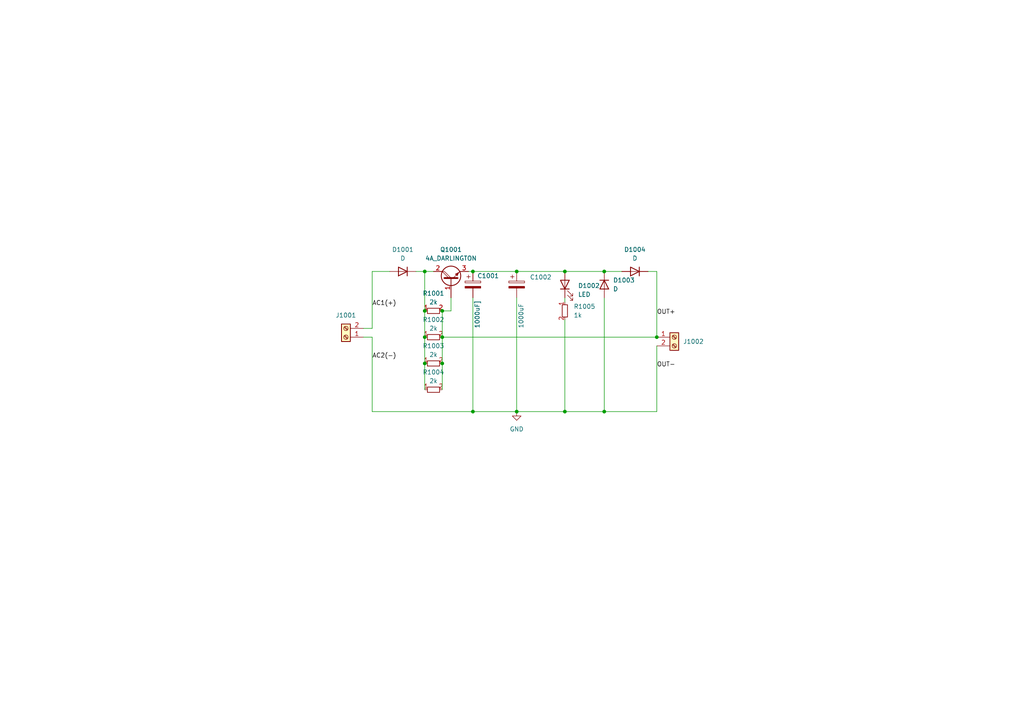
<source format=kicad_sch>
(kicad_sch (version 20230121) (generator eeschema)
  (paper "A4")
  (lib_symbols
    (symbol "Connector:Screw_Terminal_01x02" (pin_names (offset 1.016) hide)
      (property "Reference" "J" (at 0 2.54 0))
      (property "Value" "Screw_Terminal_01x02" (at 0 -5.08 0))
      (symbol "Screw_Terminal_01x02_1_1"
        (rectangle (start -1.27 1.27) (end 1.27 -3.81) (stroke (width 0.254)) (fill (type background)))
        (circle (center 0 -2.54) (radius 0.635) (stroke (width 0.1524)))
        (polyline (pts (xy -0.5334 -2.2098) (xy 0.3302 -3.048)) (stroke (width 0.1524)))
        (polyline (pts (xy -0.5334 0.3302) (xy 0.3302 -0.508)) (stroke (width 0.1524)))
        (polyline (pts (xy -0.3556 -2.032) (xy 0.508 -2.8702)) (stroke (width 0.1524)))
        (polyline (pts (xy -0.3556 0.508) (xy 0.508 -0.3302)) (stroke (width 0.1524)))
        (circle (center 0 0) (radius 0.635) (stroke (width 0.1524)))
        (pin passive line (at -5.08 0 0) (length 3.81) (name "Pin_1") (number "1"))
        (pin passive line (at -5.08 -2.54 0) (length 3.81) (name "Pin_2") (number "2"))
      )
    )
    (symbol "Device:C_Polarized" (pin_numbers hide) (pin_names (offset 0.254))
      (property "Reference" "C" (at 0.635 2.54 0))
      (property "Value" "C_Polarized" (at 0.635 -2.54 0))
      (symbol "C_Polarized_0_1"
        (rectangle (start -2.286 0.508) (end 2.286 1.016))
        (polyline (pts (xy -1.778 2.286) (xy -0.762 2.286)))
        (polyline (pts (xy -1.27 2.794) (xy -1.27 1.778)))
        (rectangle (start 2.286 -0.508) (end -2.286 -1.016) (fill (type outline)))
      )
      (symbol "C_Polarized_1_1"
        (pin passive line (at 0 3.81 270) (length 2.794) (name "~") (number "1"))
        (pin passive line (at 0 -3.81 90) (length 2.794) (name "~") (number "2"))
      )
    )
    (symbol "custom_kicad_lib_sk:4A_DARLINGTON" (pin_names (offset 0) hide)
      (property "Reference" "Q" (at 4.572 1.27 0))
      (property "Value" "4A_DARLINGTON" (at 4.572 -1.27 0))
      (symbol "4A_DARLINGTON_0_1"
        (polyline (pts (xy 0.635 0.635) (xy 2.54 2.54)))
        (polyline (pts (xy 0.635 -0.635) (xy 2.54 -2.54) (xy 2.54 -2.54)))
        (polyline (pts (xy 0.635 0) (xy 2.54 1.905) (xy 2.54 2.54)))
        (polyline (pts (xy 0.635 1.905) (xy 0.635 -1.905) (xy 0.635 -1.905)) (stroke (width 0.508)))
        (polyline (pts (xy 1.27 -1.778) (xy 1.778 -1.27) (xy 2.286 -2.286) (xy 1.27 -1.778) (xy 1.27 -1.778)) (fill (type outline)))
        (circle (center 1.27 0) (radius 2.8194) (stroke (width 0.254)))
      )
      (symbol "4A_DARLINGTON_1_1"
        (pin input line (at -5.08 0 0) (length 5.715) (name "B") (number "1"))
        (pin passive line (at 2.54 5.08 270) (length 2.54) (name "C") (number "2"))
        (pin passive line (at 2.54 -5.08 90) (length 2.54) (name "E") (number "3"))
      )
    )
    (symbol "custom_kicad_lib_sk:LED" (pin_numbers hide) (pin_names (offset 1.016) hide)
      (property "Reference" "D" (at 0 2.54 0))
      (property "Value" "LED" (at 0 -2.54 0))
      (property "JLCPCB Part#" "C2296" (at 0 0 0))
      (symbol "LED_0_1"
        (polyline (pts (xy -1.27 -1.27) (xy -1.27 1.27)) (stroke (width 0.254)))
        (polyline (pts (xy -1.27 0) (xy 1.27 0)))
        (polyline (pts (xy 1.27 -1.27) (xy 1.27 1.27) (xy -1.27 0) (xy 1.27 -1.27)) (stroke (width 0.254)))
        (polyline (pts (xy -3.048 -0.762) (xy -4.572 -2.286) (xy -3.81 -2.286) (xy -4.572 -2.286) (xy -4.572 -1.524)))
        (polyline (pts (xy -1.778 -0.762) (xy -3.302 -2.286) (xy -2.54 -2.286) (xy -3.302 -2.286) (xy -3.302 -1.524)))
      )
      (symbol "LED_1_1"
        (pin passive line (at -3.81 0 0) (length 2.54) (name "K") (number "1"))
        (pin passive line (at 3.81 0 180) (length 2.54) (name "A") (number "2"))
      )
    )
    (symbol "custom_kicad_lib_sk:SS54" (pin_numbers hide) (pin_names (offset 1.016) hide)
      (property "Reference" "D" (at 0 2.54 0))
      (property "Value" "D" (at 0 -1.27 0))
      (symbol "SS54_0_1"
        (polyline (pts (xy -1.27 2.54) (xy -1.27 0)) (stroke (width 0.254)))
        (polyline (pts (xy 1.27 1.27) (xy -1.27 1.27)))
        (polyline (pts (xy 1.27 2.54) (xy 1.27 0) (xy -1.27 1.27) (xy 1.27 2.54)) (stroke (width 0.254)))
      )
      (symbol "SS54_1_1"
        (pin passive line (at -3.81 1.27 0) (length 2.54) (name "K") (number "1"))
        (pin passive line (at 3.81 1.27 180) (length 2.54) (name "A") (number "2"))
      )
    )
    (symbol "power:GND" (power) (pin_names (offset 0))
      (property "Value" "GND" (at 0 -3.81 0))
      (symbol "GND_0_1"
        (polyline (pts (xy 0 0) (xy 0 -1.27) (xy 1.27 -1.27) (xy 0 -2.54) (xy -1.27 -1.27) (xy 0 -1.27)))
      )
      (symbol "GND_1_1"
        (pin power_in line (at 0 0 270) (length 0) hide (name "GND") (number "1"))
      )
    )
    (symbol "resistors_0603:R_1k_0603"
      (property "Reference" "R" (at 1.27 2.54 0))
      (property "Value" "1k" (at 2.54 -2.54 0))
      (symbol "R_1k_0603_0_1"
        (rectangle (start -0.762 1.778) (end 0.762 -1.778) (stroke (width 0.2032)))
      )
      (symbol "R_1k_0603_1_1"
        (pin passive line (at 0 2.54 270) (length 0.762) (name "~") (number "1"))
        (pin passive line (at 0 -2.54 90) (length 0.762) (name "~") (number "2"))
      )
    )
    (symbol "resistors_1206:R_2k_1206"
      (property "Reference" "R" (at 1.27 2.54 0))
      (property "Value" "2k" (at 2.54 -2.54 0))
      (symbol "R_2k_1206_0_1"
        (rectangle (start -0.762 1.778) (end 0.762 -1.778) (stroke (width 0.2032)))
      )
      (symbol "R_2k_1206_1_1"
        (pin passive line (at 0 2.54 270) (length 0.762) (name "~") (number "1"))
        (pin passive line (at 0 -2.54 90) (length 0.762) (name "~") (number "2"))
      )
    )
  )
  (junction (at 175.26 119.38))
  (junction (at 190.5 97.79))
  (junction (at 123.19 90.17))
  (junction (at 128.27 97.79))
  (junction (at 128.27 105.41))
  (junction (at 123.19 105.41))
  (junction (at 149.86 78.74))
  (junction (at 123.19 78.74))
  (junction (at 149.86 119.38))
  (junction (at 163.83 78.74))
  (junction (at 137.16 119.38))
  (junction (at 163.83 119.38))
  (junction (at 128.27 90.17))
  (junction (at 123.19 97.79))
  (junction (at 175.26 78.74))
  (junction (at 137.16 78.74))
  (wire (pts (xy 107.95 78.74) (xy 113.03 78.74)))
  (wire (pts (xy 128.27 90.17) (xy 128.27 97.79)))
  (wire (pts (xy 149.86 119.38) (xy 163.83 119.38)))
  (wire (pts (xy 107.95 78.74) (xy 107.95 95.25)))
  (wire (pts (xy 163.83 92.71) (xy 163.83 119.38)))
  (wire (pts (xy 128.27 97.79) (xy 128.27 105.41)))
  (wire (pts (xy 163.83 119.38) (xy 175.26 119.38)))
  (wire (pts (xy 187.96 78.74) (xy 190.5 78.74)))
  (wire (pts (xy 120.65 78.74) (xy 123.19 78.74)))
  (wire (pts (xy 105.41 95.25) (xy 107.95 95.25)))
  (wire (pts (xy 175.26 78.74) (xy 180.34 78.74)))
  (wire (pts (xy 163.83 78.74) (xy 175.26 78.74)))
  (wire (pts (xy 149.86 86.36) (xy 149.86 119.38)))
  (wire (pts (xy 128.27 105.41) (xy 128.27 113.03)))
  (wire (pts (xy 190.5 100.33) (xy 190.5 119.38)))
  (wire (pts (xy 105.41 97.79) (xy 107.95 97.79)))
  (wire (pts (xy 137.16 119.38) (xy 149.86 119.38)))
  (wire (pts (xy 123.19 90.17) (xy 123.19 78.74)))
  (wire (pts (xy 123.19 105.41) (xy 123.19 113.03)))
  (wire (pts (xy 123.19 78.74) (xy 125.73 78.74)))
  (wire (pts (xy 130.81 86.36) (xy 130.81 90.17)))
  (wire (pts (xy 130.81 90.17) (xy 128.27 90.17)))
  (wire (pts (xy 137.16 78.74) (xy 149.86 78.74)))
  (wire (pts (xy 137.16 86.36) (xy 137.16 119.38)))
  (wire (pts (xy 163.83 86.36) (xy 163.83 87.63)))
  (wire (pts (xy 107.95 119.38) (xy 137.16 119.38)))
  (wire (pts (xy 190.5 97.79) (xy 128.27 97.79)))
  (wire (pts (xy 135.89 78.74) (xy 137.16 78.74)))
  (wire (pts (xy 190.5 78.74) (xy 190.5 97.79)))
  (wire (pts (xy 190.5 119.38) (xy 175.26 119.38)))
  (wire (pts (xy 175.26 86.36) (xy 175.26 119.38)))
  (wire (pts (xy 149.86 78.74) (xy 163.83 78.74)))
  (wire (pts (xy 123.19 97.79) (xy 123.19 105.41)))
  (wire (pts (xy 123.19 90.17) (xy 123.19 97.79)))
  (wire (pts (xy 107.95 97.79) (xy 107.95 119.38)))
  (label "AC2(-)" (at 107.95 104.14 0))
  (label "OUT-" (at 190.5 106.68 0))
  (label "AC1(+)" (at 107.95 88.9 0))
  (label "OUT+" (at 190.5 91.44 0))
  (symbol (lib_id "resistors_1206:R_2k_1206") (at 125.73 105.41 90) (unit 1)
    (property "Reference" "R1003" (at 125.73 100.33 90))
    (property "Value" "2k" (at 125.73 102.87 90))
    (property "Footprint" "custom_kicad_lib_sk:R_1206_smalltext" (effects hide))
    (property "JLCPCB Part#" "C17944" (effects hide))
  )
  (symbol (lib_id "custom_kicad_lib_sk:LED") (at 163.83 82.55 90) (unit 1)
    (property "Reference" "D1002" (at 167.64 82.8675 90) (effects (justify right)))
    (property "Value" "LED" (at 167.64 85.4075 90) (effects (justify right)))
    (property "Footprint" "LED_SMD:LED_0805_2012Metric_Pad1.15x1.40mm_HandSolder" (effects hide))
    (property "JLCPCB Part#" "C2296" (effects hide))
  )
  (symbol (lib_id "custom_kicad_lib_sk:SS54") (at 173.99 82.55 270) (unit 1)
    (property "Reference" "D1003" (at 177.8 81.28 90) (effects (justify left)))
    (property "Value" "D" (at 177.8 83.82 90) (effects (justify left)))
    (property "Footprint" "Diode_SMD:D_SMA" (effects hide))
    (property "Sim.Device" "D" (effects hide))
    (property "Sim.Pins" "1=K 2=A" (effects hide))
    (property "JLCPCB Part#" "C22452" (effects hide))
  )
  (symbol (lib_id "resistors_1206:R_2k_1206") (at 125.73 90.17 90) (unit 1)
    (property "Reference" "R1001" (at 125.73 85.09 90))
    (property "Value" "2k" (at 125.73 87.63 90))
    (property "Footprint" "custom_kicad_lib_sk:R_1206_smalltext" (effects hide))
    (property "JLCPCB Part#" "C17944" (effects hide))
  )
  (symbol (lib_id "Device:C_Polarized") (at 149.86 82.55 0) (unit 1)
    (property "Reference" "C1002" (at 153.67 80.391 0) (effects (justify left)))
    (property "Value" "1000uF" (at 151.13 95.25 90) (effects (justify left)))
    (property "Footprint" "Capacitor_THT:CP_Radial_D16.0mm_P7.50mm" (effects hide))
  )
  (symbol (lib_id "custom_kicad_lib_sk:SS54") (at 116.84 77.47 180) (unit 1)
    (property "Reference" "D1001" (at 116.84 72.39 0))
    (property "Value" "D" (at 116.84 74.93 0))
    (property "Footprint" "Diode_SMD:D_SMA" (effects hide))
    (property "Sim.Device" "D" (effects hide))
    (property "Sim.Pins" "1=K 2=A" (effects hide))
    (property "JLCPCB Part#" "C22452" (effects hide))
  )
  (symbol (lib_id "Device:C_Polarized") (at 137.16 82.55 0) (unit 1)
    (property "Reference" "C1001" (at 138.43 80.01 0) (effects (justify left)))
    (property "Value" "1000uF]" (at 138.43 95.25 90) (effects (justify left)))
    (property "Footprint" "Capacitor_THT:CP_Radial_D16.0mm_P7.50mm" (effects hide))
  )
  (symbol (lib_id "Connector:Screw_Terminal_01x02") (at 195.58 97.79 0) (unit 1)
    (property "Reference" "J1002" (at 198.12 99.06 0) (effects (justify left)))
    (property "Value" "Screw_Terminal_01x02" (effects hide))
    (property "Footprint" "TerminalBlock_Phoenix:TerminalBlock_Phoenix_MKDS-1,5-2-5.08_1x02_P5.08mm_Horizontal" (effects hide))
  )
  (symbol (lib_id "resistors_1206:R_2k_1206") (at 125.73 97.79 90) (unit 1)
    (property "Reference" "R1002" (at 125.73 92.71 90))
    (property "Value" "2k" (at 125.73 95.25 90))
    (property "Footprint" "custom_kicad_lib_sk:R_1206_smalltext" (effects hide))
    (property "JLCPCB Part#" "C17944" (effects hide))
  )
  (symbol (lib_id "custom_kicad_lib_sk:SS54") (at 184.15 77.47 180) (unit 1)
    (property "Reference" "D1004" (at 184.15 72.39 0))
    (property "Value" "D" (at 184.15 74.93 0))
    (property "Footprint" "Diode_SMD:D_SMA" (effects hide))
    (property "Sim.Device" "D" (effects hide))
    (property "Sim.Pins" "1=K 2=A" (effects hide))
    (property "JLCPCB Part#" "C22452" (effects hide))
  )
  (symbol (lib_id "power:GND") (at 149.86 119.38 0) (unit 1)
    (property "Reference" "#PWR01001" (effects hide))
    (property "Value" "GND" (at 149.86 124.46 0))
  )
  (symbol (lib_id "resistors_1206:R_2k_1206") (at 125.73 113.03 90) (unit 1)
    (property "Reference" "R1004" (at 125.73 107.95 90))
    (property "Value" "2k" (at 125.73 110.49 90))
    (property "Footprint" "custom_kicad_lib_sk:R_1206_smalltext" (effects hide))
    (property "JLCPCB Part#" "C17944" (effects hide))
  )
  (symbol (lib_id "custom_kicad_lib_sk:4A_DARLINGTON") (at 130.81 81.28 90) (unit 1)
    (property "Reference" "Q1001" (at 130.81 72.39 90))
    (property "Value" "4A_DARLINGTON" (at 130.81 74.93 90))
    (property "Footprint" "Package_TO_SOT_SMD:TO-252-2" (effects hide))
    (property "JLCPCB Part#" "C12789" (effects hide))
  )
  (symbol (lib_id "Connector:Screw_Terminal_01x02") (at 100.33 97.79 180) (unit 1)
    (property "Reference" "J1001" (at 100.33 91.44 0))
    (property "Value" "Screw_Terminal_01x02" (effects hide))
    (property "Footprint" "TerminalBlock_Phoenix:TerminalBlock_Phoenix_MKDS-1,5-2-5.08_1x02_P5.08mm_Horizontal" (effects hide))
  )
  (symbol (lib_id "resistors_0603:R_1k_0603") (at 163.83 90.17 0) (unit 1)
    (property "Reference" "R1005" (at 166.37 88.9 0) (effects (justify left)))
    (property "Value" "1k" (at 166.37 91.44 0) (effects (justify left)))
    (property "Footprint" "custom_kicad_lib_sk:R_0603_smalltext" (effects hide))
    (property "JLCPCB Part#" "C21190" (effects hide))
  )
)
</source>
